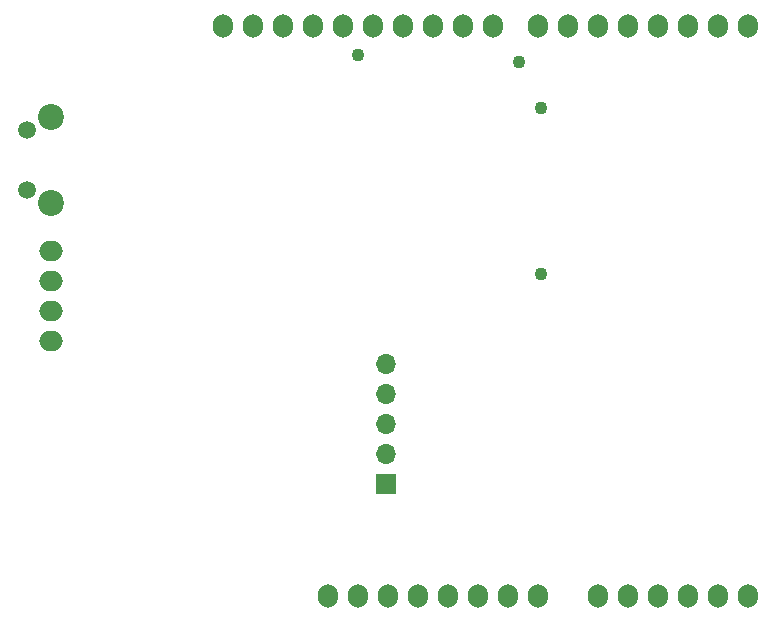
<source format=gbs>
G04 #@! TF.GenerationSoftware,KiCad,Pcbnew,no-vcs-found-23a23d3~58~ubuntu16.04.1*
G04 #@! TF.CreationDate,2017-03-20T15:48:47+07:00*
G04 #@! TF.ProjectId,esp32-cellular-shield,65737033322D63656C6C756C61722D73,rev?*
G04 #@! TF.FileFunction,Soldermask,Bot*
G04 #@! TF.FilePolarity,Negative*
%FSLAX46Y46*%
G04 Gerber Fmt 4.6, Leading zero omitted, Abs format (unit mm)*
G04 Created by KiCad (PCBNEW no-vcs-found-23a23d3~58~ubuntu16.04.1) date Mon Mar 20 15:48:47 2017*
%MOMM*%
%LPD*%
G01*
G04 APERTURE LIST*
%ADD10C,0.100000*%
%ADD11C,1.100000*%
%ADD12O,1.700000X2.000000*%
%ADD13O,2.000000X1.700000*%
%ADD14R,1.700000X1.700000*%
%ADD15O,1.700000X1.700000*%
%ADD16C,1.500000*%
%ADD17C,2.200000*%
G04 APERTURE END LIST*
D10*
D11*
X139446000Y-55626000D03*
X153035000Y-56261000D03*
D12*
X136881000Y-101492100D03*
X139421000Y-101492100D03*
X141961000Y-101492100D03*
X144501000Y-101492100D03*
X147041000Y-101492100D03*
X149581000Y-101492100D03*
X152121000Y-101492100D03*
X154661000Y-101492100D03*
X159741000Y-101492100D03*
X162281000Y-101492100D03*
X164821000Y-101492100D03*
X167361000Y-101492100D03*
X169901000Y-101492100D03*
X172441000Y-101492100D03*
X172441000Y-53232100D03*
X169901000Y-53232100D03*
X167361000Y-53232100D03*
X164821000Y-53232100D03*
X162281000Y-53232100D03*
X159741000Y-53232100D03*
X157201000Y-53232100D03*
X154661000Y-53232100D03*
X150851000Y-53232100D03*
X148311000Y-53232100D03*
X145771000Y-53232100D03*
X143231000Y-53232100D03*
X140691000Y-53232100D03*
X138151000Y-53232100D03*
X135611000Y-53232100D03*
X133071000Y-53232100D03*
X130531000Y-53232100D03*
X127991000Y-53232100D03*
D13*
X113386000Y-72282100D03*
X113386000Y-74822100D03*
X113386000Y-77362100D03*
X113386000Y-79902100D03*
D14*
X141750000Y-91948000D03*
D15*
X141750000Y-89408000D03*
X141750000Y-86868000D03*
X141750000Y-84328000D03*
X141750000Y-81788000D03*
D11*
X154898000Y-60164000D03*
X154898000Y-74164000D03*
D16*
X111425000Y-62050000D03*
X111425000Y-67050000D03*
D17*
X113425000Y-60875000D03*
X113425000Y-68225000D03*
M02*

</source>
